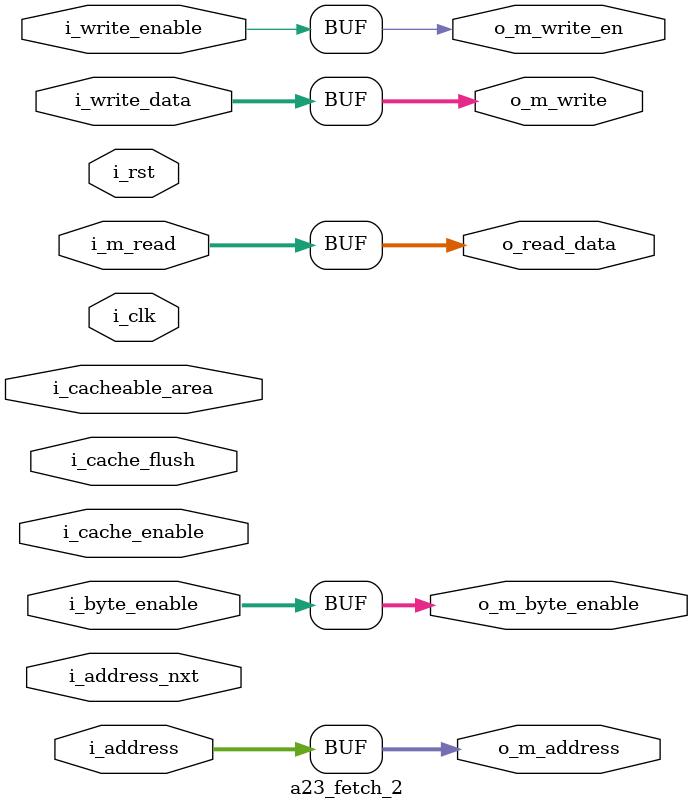
<source format=v>
module a23_fetch_2
(
input                       i_clk,
input                       i_rst,
input       [31:0]          i_address,
input       [31:0]          i_address_nxt,      
input       [31:0]          i_write_data,
input                       i_write_enable,
output       [31:0]         o_read_data,
input       [3:0]           i_byte_enable,
input                       i_cache_enable,     
input                       i_cache_flush,      
input       [31:0]          i_cacheable_area,   
output   [31:0]             o_m_address, 
output   [31:0]             o_m_write,
output                      o_m_write_en,
output   [3:0]              o_m_byte_enable,
input    [31:0]             i_m_read
);
assign o_m_address     = i_address;
assign o_m_write       = i_write_data;
assign o_m_write_en    = i_write_enable;
assign o_m_byte_enable = i_byte_enable;
assign o_read_data     = i_m_read;
endmodule
</source>
